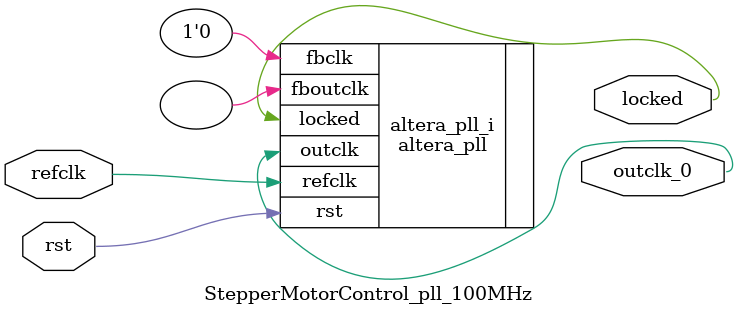
<source format=v>
`timescale 1ns/10ps
module  StepperMotorControl_pll_100MHz(

	// interface 'refclk'
	input wire refclk,

	// interface 'reset'
	input wire rst,

	// interface 'outclk0'
	output wire outclk_0,

	// interface 'locked'
	output wire locked
);

	altera_pll #(
		.fractional_vco_multiplier("false"),
		.reference_clock_frequency("50.0 MHz"),
		.operation_mode("direct"),
		.number_of_clocks(1),
		.output_clock_frequency0("100.000000 MHz"),
		.phase_shift0("0 ps"),
		.duty_cycle0(50),
		.output_clock_frequency1("0 MHz"),
		.phase_shift1("0 ps"),
		.duty_cycle1(50),
		.output_clock_frequency2("0 MHz"),
		.phase_shift2("0 ps"),
		.duty_cycle2(50),
		.output_clock_frequency3("0 MHz"),
		.phase_shift3("0 ps"),
		.duty_cycle3(50),
		.output_clock_frequency4("0 MHz"),
		.phase_shift4("0 ps"),
		.duty_cycle4(50),
		.output_clock_frequency5("0 MHz"),
		.phase_shift5("0 ps"),
		.duty_cycle5(50),
		.output_clock_frequency6("0 MHz"),
		.phase_shift6("0 ps"),
		.duty_cycle6(50),
		.output_clock_frequency7("0 MHz"),
		.phase_shift7("0 ps"),
		.duty_cycle7(50),
		.output_clock_frequency8("0 MHz"),
		.phase_shift8("0 ps"),
		.duty_cycle8(50),
		.output_clock_frequency9("0 MHz"),
		.phase_shift9("0 ps"),
		.duty_cycle9(50),
		.output_clock_frequency10("0 MHz"),
		.phase_shift10("0 ps"),
		.duty_cycle10(50),
		.output_clock_frequency11("0 MHz"),
		.phase_shift11("0 ps"),
		.duty_cycle11(50),
		.output_clock_frequency12("0 MHz"),
		.phase_shift12("0 ps"),
		.duty_cycle12(50),
		.output_clock_frequency13("0 MHz"),
		.phase_shift13("0 ps"),
		.duty_cycle13(50),
		.output_clock_frequency14("0 MHz"),
		.phase_shift14("0 ps"),
		.duty_cycle14(50),
		.output_clock_frequency15("0 MHz"),
		.phase_shift15("0 ps"),
		.duty_cycle15(50),
		.output_clock_frequency16("0 MHz"),
		.phase_shift16("0 ps"),
		.duty_cycle16(50),
		.output_clock_frequency17("0 MHz"),
		.phase_shift17("0 ps"),
		.duty_cycle17(50),
		.pll_type("General"),
		.pll_subtype("General")
	) altera_pll_i (
		.rst	(rst),
		.outclk	({outclk_0}),
		.locked	(locked),
		.fboutclk	( ),
		.fbclk	(1'b0),
		.refclk	(refclk)
	);
endmodule


</source>
